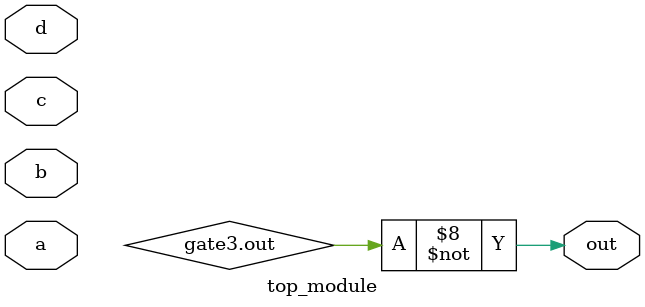
<source format=sv>
module top_module (
	input a, 
	input b,
	input c,
	input d,
	output out
);

wire w1, w2, w3, w4, w5, w6;

and gate1 (w1, a, b);
and gate2 (w2, c, d);
or gate3 (w3, w1, w2);

and gate4 (w4, a, b);
not gate5 (w5, c);
and gate6 (w6, gate5.out, d);
or gate7 (w7, w4, w6);

not gate8 (out, gate3.out);

endmodule

</source>
